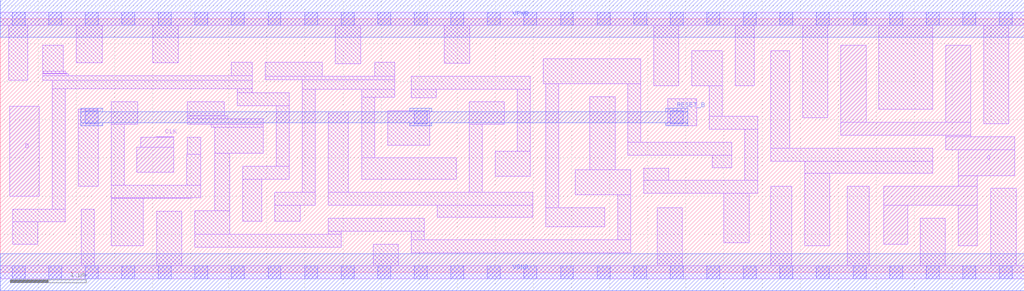
<source format=lef>
# Copyright 2020 The SkyWater PDK Authors
#
# Licensed under the Apache License, Version 2.0 (the "License");
# you may not use this file except in compliance with the License.
# You may obtain a copy of the License at
#
#     https://www.apache.org/licenses/LICENSE-2.0
#
# Unless required by applicable law or agreed to in writing, software
# distributed under the License is distributed on an "AS IS" BASIS,
# WITHOUT WARRANTIES OR CONDITIONS OF ANY KIND, either express or implied.
# See the License for the specific language governing permissions and
# limitations under the License.
#
# SPDX-License-Identifier: Apache-2.0

VERSION 5.7 ;
  NOWIREEXTENSIONATPIN ON ;
  DIVIDERCHAR "/" ;
  BUSBITCHARS "[]" ;
UNITS
  DATABASE MICRONS 200 ;
END UNITS
MACRO sky130_fd_sc_ls__dfrtp_4
  CLASS CORE ;
  FOREIGN sky130_fd_sc_ls__dfrtp_4 ;
  ORIGIN  0.000000  0.000000 ;
  SIZE  13.44000 BY  3.330000 ;
  SYMMETRY X Y R90 ;
  SITE unit ;
  PIN D
    ANTENNAGATEAREA  0.126000 ;
    DIRECTION INPUT ;
    USE SIGNAL ;
    PORT
      LAYER li1 ;
        RECT 0.125000 1.000000 0.515000 2.180000 ;
    END
  END D
  PIN Q
    ANTENNADIFFAREA  1.207100 ;
    DIRECTION OUTPUT ;
    USE SIGNAL ;
    PORT
      LAYER li1 ;
        RECT 11.035000 1.800000 12.740000 1.970000 ;
        RECT 11.035000 1.970000 11.365000 2.980000 ;
        RECT 11.595000 0.365000 11.910000 0.880000 ;
        RECT 11.595000 0.880000 12.825000 1.130000 ;
        RECT 12.410000 1.610000 13.315000 1.780000 ;
        RECT 12.410000 1.780000 12.740000 1.800000 ;
        RECT 12.410000 1.970000 12.740000 2.980000 ;
        RECT 12.575000 0.350000 12.825000 0.880000 ;
        RECT 12.575000 1.130000 12.825000 1.270000 ;
        RECT 12.575000 1.270000 13.315000 1.610000 ;
    END
  END Q
  PIN RESET_B
    ANTENNAGATEAREA  0.378000 ;
    DIRECTION INPUT ;
    USE SIGNAL ;
    PORT
      LAYER met1 ;
        RECT 1.055000 1.920000 1.345000 1.965000 ;
        RECT 1.055000 1.965000 9.025000 2.105000 ;
        RECT 1.055000 2.105000 1.345000 2.150000 ;
        RECT 5.375000 1.920000 5.665000 1.965000 ;
        RECT 5.375000 2.105000 5.665000 2.150000 ;
        RECT 8.735000 1.920000 9.025000 1.965000 ;
        RECT 8.735000 2.105000 9.025000 2.150000 ;
    END
  END RESET_B
  PIN CLK
    ANTENNAGATEAREA  0.261000 ;
    DIRECTION INPUT ;
    USE CLOCK ;
    PORT
      LAYER li1 ;
        RECT 1.795000 1.310000 2.275000 1.640000 ;
        RECT 1.845000 1.640000 2.275000 1.775000 ;
        RECT 2.045000 1.775000 2.275000 1.780000 ;
    END
  END CLK
  PIN VGND
    DIRECTION INOUT ;
    SHAPE ABUTMENT ;
    USE GROUND ;
    PORT
      LAYER met1 ;
        RECT 0.000000 -0.245000 13.440000 0.245000 ;
    END
  END VGND
  PIN VPWR
    DIRECTION INOUT ;
    SHAPE ABUTMENT ;
    USE POWER ;
    PORT
      LAYER met1 ;
        RECT 0.000000 3.085000 13.440000 3.575000 ;
    END
  END VPWR
  OBS
    LAYER li1 ;
      RECT  0.000000 -0.085000 13.440000 0.085000 ;
      RECT  0.000000  3.245000 13.440000 3.415000 ;
      RECT  0.110000  2.520000  0.360000 3.245000 ;
      RECT  0.165000  0.370000  0.495000 0.660000 ;
      RECT  0.165000  0.660000  0.855000 0.830000 ;
      RECT  0.560000  2.520000  3.310000 2.580000 ;
      RECT  0.560000  2.580000  0.890000 2.605000 ;
      RECT  0.560000  2.605000  0.875000 2.615000 ;
      RECT  0.560000  2.615000  0.860000 2.640000 ;
      RECT  0.560000  2.640000  0.830000 2.980000 ;
      RECT  0.685000  0.830000  0.855000 2.410000 ;
      RECT  0.685000  2.410000  3.310000 2.520000 ;
      RECT  1.000000  2.750000  1.340000 3.245000 ;
      RECT  1.025000  1.130000  1.285000 2.140000 ;
      RECT  1.065000  0.085000  1.235000 0.830000 ;
      RECT  1.455000  0.350000  1.875000 0.970000 ;
      RECT  1.455000  0.970000  2.510000 0.975000 ;
      RECT  1.455000  0.975000  2.635000 1.140000 ;
      RECT  1.455000  1.140000  1.625000 1.945000 ;
      RECT  1.455000  1.945000  1.805000 2.240000 ;
      RECT  2.005000  2.750000  2.335000 3.245000 ;
      RECT  2.055000  0.085000  2.385000 0.800000 ;
      RECT  2.445000  1.140000  2.635000 1.550000 ;
      RECT  2.455000  1.550000  2.635000 1.775000 ;
      RECT  2.455000  1.945000  3.455000 2.015000 ;
      RECT  2.455000  2.015000  2.985000 2.055000 ;
      RECT  2.455000  2.055000  2.940000 2.240000 ;
      RECT  2.555000  0.330000  4.475000 0.500000 ;
      RECT  2.555000  0.500000  3.015000 0.805000 ;
      RECT  2.770000  1.905000  3.455000 1.945000 ;
      RECT  2.815000  0.805000  3.015000 1.560000 ;
      RECT  2.815000  1.560000  3.455000 1.905000 ;
      RECT  3.030000  2.580000  3.310000 2.755000 ;
      RECT  3.110000  2.185000  3.795000 2.355000 ;
      RECT  3.110000  2.355000  3.310000 2.410000 ;
      RECT  3.185000  0.670000  3.435000 1.220000 ;
      RECT  3.185000  1.220000  3.795000 1.390000 ;
      RECT  3.480000  2.525000  5.180000 2.570000 ;
      RECT  3.480000  2.570000  4.230000 2.755000 ;
      RECT  3.605000  0.670000  3.935000 0.880000 ;
      RECT  3.605000  0.880000  4.135000 1.050000 ;
      RECT  3.625000  1.390000  3.795000 2.185000 ;
      RECT  3.965000  1.050000  4.135000 2.400000 ;
      RECT  3.965000  2.400000  5.180000 2.525000 ;
      RECT  4.305000  0.500000  4.475000 0.540000 ;
      RECT  4.305000  0.540000  5.565000 0.710000 ;
      RECT  4.305000  0.880000  6.990000 1.050000 ;
      RECT  4.305000  1.050000  4.570000 2.105000 ;
      RECT  4.400000  2.740000  4.730000 3.245000 ;
      RECT  4.745000  1.220000  5.985000 1.500000 ;
      RECT  4.745000  1.500000  4.915000 2.295000 ;
      RECT  4.745000  2.295000  5.180000 2.400000 ;
      RECT  4.895000  0.085000  5.225000 0.370000 ;
      RECT  4.915000  2.570000  5.180000 2.755000 ;
      RECT  5.085000  1.670000  5.635000 2.120000 ;
      RECT  5.395000  0.255000  8.275000 0.425000 ;
      RECT  5.395000  0.425000  5.565000 0.540000 ;
      RECT  5.395000  2.290000  5.725000 2.405000 ;
      RECT  5.395000  2.405000  6.955000 2.575000 ;
      RECT  5.735000  0.720000  6.990000 0.880000 ;
      RECT  5.830000  2.745000  6.165000 3.245000 ;
      RECT  6.155000  1.050000  6.325000 1.940000 ;
      RECT  6.155000  1.940000  6.615000 2.235000 ;
      RECT  6.495000  1.260000  6.955000 1.590000 ;
      RECT  6.785000  1.590000  6.955000 2.405000 ;
      RECT  7.125000  2.475000  8.410000 2.805000 ;
      RECT  7.160000  0.595000  7.935000 0.845000 ;
      RECT  7.160000  0.845000  7.330000 2.475000 ;
      RECT  7.545000  1.015000  8.275000 1.345000 ;
      RECT  7.740000  1.345000  8.070000 2.305000 ;
      RECT  8.105000  0.425000  8.275000 1.015000 ;
      RECT  8.240000  1.535000  9.605000 1.705000 ;
      RECT  8.240000  1.705000  8.410000 2.475000 ;
      RECT  8.445000  1.035000  9.945000 1.205000 ;
      RECT  8.445000  1.205000  8.775000 1.365000 ;
      RECT  8.580000  2.445000  8.910000 3.245000 ;
      RECT  8.625000  0.085000  8.955000 0.845000 ;
      RECT  8.765000  1.920000  9.140000 2.275000 ;
      RECT  9.080000  2.445000  9.480000 2.905000 ;
      RECT  9.310000  1.875000  9.945000 2.045000 ;
      RECT  9.310000  2.045000  9.480000 2.445000 ;
      RECT  9.345000  1.375000  9.605000 1.535000 ;
      RECT  9.500000  0.385000  9.830000 1.035000 ;
      RECT  9.650000  2.445000  9.900000 3.245000 ;
      RECT  9.775000  1.205000  9.945000 1.875000 ;
      RECT 10.115000  0.085000 10.390000 1.130000 ;
      RECT 10.115000  1.460000 12.240000 1.630000 ;
      RECT 10.115000  1.630000 10.365000 2.905000 ;
      RECT 10.535000  2.025000 10.865000 3.245000 ;
      RECT 10.560000  0.350000 10.890000 1.300000 ;
      RECT 10.560000  1.300000 12.240000 1.460000 ;
      RECT 11.120000  0.085000 11.410000 1.130000 ;
      RECT 11.535000  2.140000 12.240000 3.245000 ;
      RECT 12.080000  0.085000 12.405000 0.710000 ;
      RECT 12.910000  1.950000 13.240000 3.245000 ;
      RECT 13.005000  0.085000 13.335000 1.100000 ;
    LAYER mcon ;
      RECT  0.155000 -0.085000  0.325000 0.085000 ;
      RECT  0.155000  3.245000  0.325000 3.415000 ;
      RECT  0.635000 -0.085000  0.805000 0.085000 ;
      RECT  0.635000  3.245000  0.805000 3.415000 ;
      RECT  1.115000 -0.085000  1.285000 0.085000 ;
      RECT  1.115000  1.950000  1.285000 2.120000 ;
      RECT  1.115000  3.245000  1.285000 3.415000 ;
      RECT  1.595000 -0.085000  1.765000 0.085000 ;
      RECT  1.595000  3.245000  1.765000 3.415000 ;
      RECT  2.075000 -0.085000  2.245000 0.085000 ;
      RECT  2.075000  3.245000  2.245000 3.415000 ;
      RECT  2.555000 -0.085000  2.725000 0.085000 ;
      RECT  2.555000  3.245000  2.725000 3.415000 ;
      RECT  3.035000 -0.085000  3.205000 0.085000 ;
      RECT  3.035000  3.245000  3.205000 3.415000 ;
      RECT  3.515000 -0.085000  3.685000 0.085000 ;
      RECT  3.515000  3.245000  3.685000 3.415000 ;
      RECT  3.995000 -0.085000  4.165000 0.085000 ;
      RECT  3.995000  3.245000  4.165000 3.415000 ;
      RECT  4.475000 -0.085000  4.645000 0.085000 ;
      RECT  4.475000  3.245000  4.645000 3.415000 ;
      RECT  4.955000 -0.085000  5.125000 0.085000 ;
      RECT  4.955000  3.245000  5.125000 3.415000 ;
      RECT  5.435000 -0.085000  5.605000 0.085000 ;
      RECT  5.435000  1.950000  5.605000 2.120000 ;
      RECT  5.435000  3.245000  5.605000 3.415000 ;
      RECT  5.915000 -0.085000  6.085000 0.085000 ;
      RECT  5.915000  3.245000  6.085000 3.415000 ;
      RECT  6.395000 -0.085000  6.565000 0.085000 ;
      RECT  6.395000  3.245000  6.565000 3.415000 ;
      RECT  6.875000 -0.085000  7.045000 0.085000 ;
      RECT  6.875000  3.245000  7.045000 3.415000 ;
      RECT  7.355000 -0.085000  7.525000 0.085000 ;
      RECT  7.355000  3.245000  7.525000 3.415000 ;
      RECT  7.835000 -0.085000  8.005000 0.085000 ;
      RECT  7.835000  3.245000  8.005000 3.415000 ;
      RECT  8.315000 -0.085000  8.485000 0.085000 ;
      RECT  8.315000  3.245000  8.485000 3.415000 ;
      RECT  8.795000 -0.085000  8.965000 0.085000 ;
      RECT  8.795000  1.950000  8.965000 2.120000 ;
      RECT  8.795000  3.245000  8.965000 3.415000 ;
      RECT  9.275000 -0.085000  9.445000 0.085000 ;
      RECT  9.275000  3.245000  9.445000 3.415000 ;
      RECT  9.755000 -0.085000  9.925000 0.085000 ;
      RECT  9.755000  3.245000  9.925000 3.415000 ;
      RECT 10.235000 -0.085000 10.405000 0.085000 ;
      RECT 10.235000  3.245000 10.405000 3.415000 ;
      RECT 10.715000 -0.085000 10.885000 0.085000 ;
      RECT 10.715000  3.245000 10.885000 3.415000 ;
      RECT 11.195000 -0.085000 11.365000 0.085000 ;
      RECT 11.195000  3.245000 11.365000 3.415000 ;
      RECT 11.675000 -0.085000 11.845000 0.085000 ;
      RECT 11.675000  3.245000 11.845000 3.415000 ;
      RECT 12.155000 -0.085000 12.325000 0.085000 ;
      RECT 12.155000  3.245000 12.325000 3.415000 ;
      RECT 12.635000 -0.085000 12.805000 0.085000 ;
      RECT 12.635000  3.245000 12.805000 3.415000 ;
      RECT 13.115000 -0.085000 13.285000 0.085000 ;
      RECT 13.115000  3.245000 13.285000 3.415000 ;
  END
END sky130_fd_sc_ls__dfrtp_4
END LIBRARY

</source>
